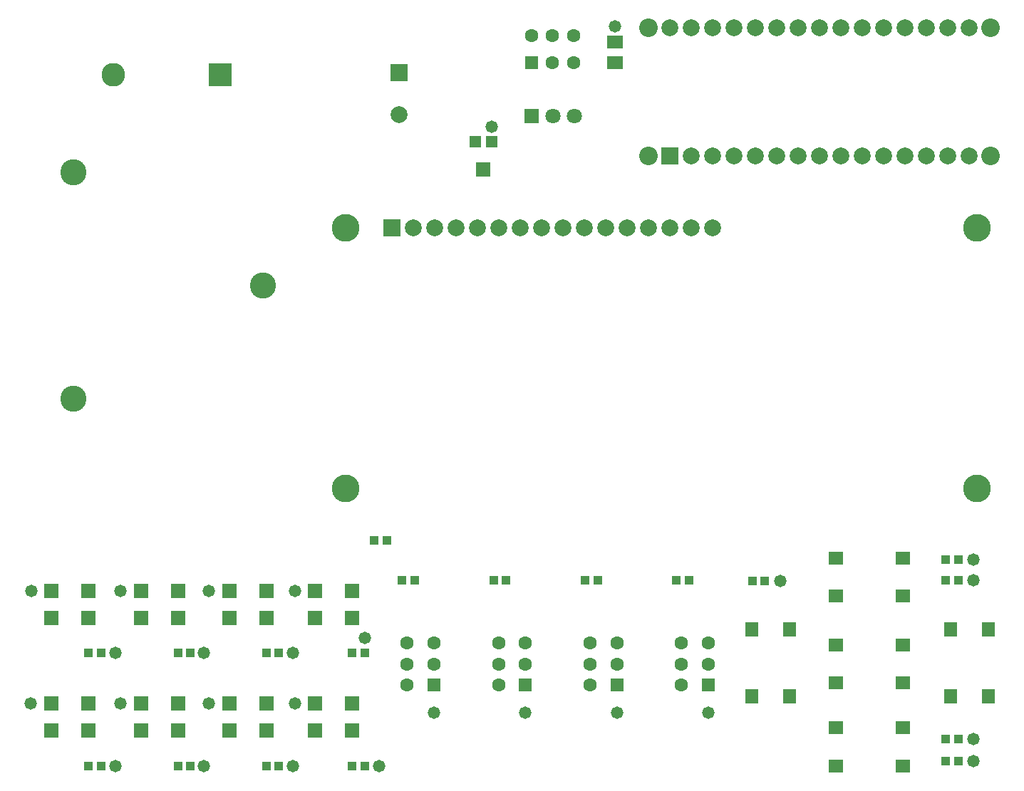
<source format=gts>
G04*
G04 #@! TF.GenerationSoftware,Altium Limited,Altium Designer,19.1.9 (167)*
G04*
G04 Layer_Color=8388736*
%FSLAX24Y24*%
%MOIN*%
G70*
G01*
G75*
%ADD20R,0.0415X0.0415*%
%ADD21R,0.0680X0.0680*%
%ADD22R,0.0730X0.0592*%
%ADD23R,0.0552X0.0552*%
%ADD24R,0.0710X0.0671*%
%ADD25R,0.0592X0.0690*%
%ADD26R,0.0690X0.0592*%
%ADD27C,0.0631*%
%ADD28R,0.0631X0.0631*%
%ADD29R,0.0631X0.0631*%
%ADD30R,0.1104X0.1104*%
%ADD31C,0.1104*%
%ADD32C,0.1222*%
%ADD33C,0.0867*%
%ADD34R,0.0789X0.0789*%
%ADD35C,0.0789*%
%ADD36C,0.1300*%
%ADD37R,0.0710X0.0710*%
%ADD38C,0.0710*%
%ADD39C,0.0580*%
D20*
X16870Y12047D02*
D03*
X17461D02*
D03*
X15827Y6772D02*
D03*
X16417D02*
D03*
X12402D02*
D03*
X11811D02*
D03*
X7677D02*
D03*
X8268D02*
D03*
X4094D02*
D03*
X3504D02*
D03*
Y1496D02*
D03*
X4094D02*
D03*
X8268D02*
D03*
X7677D02*
D03*
X11811D02*
D03*
X12402D02*
D03*
X16417D02*
D03*
X15827D02*
D03*
X31575Y10197D02*
D03*
X30984D02*
D03*
X27323D02*
D03*
X26732D02*
D03*
X22441D02*
D03*
X23031D02*
D03*
X43593Y2756D02*
D03*
X44183D02*
D03*
X43593Y1732D02*
D03*
X44183D02*
D03*
X43593Y10197D02*
D03*
X44183D02*
D03*
X43593Y11142D02*
D03*
X44183D02*
D03*
X34547Y10157D02*
D03*
X35138D02*
D03*
X18740Y10197D02*
D03*
X18150D02*
D03*
D21*
X14094Y8425D02*
D03*
X15827D02*
D03*
X14094Y9685D02*
D03*
X15827D02*
D03*
X11811D02*
D03*
X10079D02*
D03*
X11811Y8425D02*
D03*
X10079D02*
D03*
X5945D02*
D03*
X7677D02*
D03*
X5945Y9685D02*
D03*
X7677D02*
D03*
X3504D02*
D03*
X1772D02*
D03*
X3504Y8425D02*
D03*
X1772D02*
D03*
Y3150D02*
D03*
X3504D02*
D03*
X1772Y4409D02*
D03*
X3504D02*
D03*
X11811D02*
D03*
X10079D02*
D03*
X11811Y3150D02*
D03*
X10079D02*
D03*
X14094D02*
D03*
X15827D02*
D03*
X14094Y4409D02*
D03*
X15827D02*
D03*
X7677D02*
D03*
X5945D02*
D03*
X7677Y3150D02*
D03*
X5945D02*
D03*
D22*
X28110Y35394D02*
D03*
Y34409D02*
D03*
D23*
X21575Y30709D02*
D03*
X22362D02*
D03*
D24*
X21969Y29429D02*
D03*
D25*
X34528Y4744D02*
D03*
Y7874D02*
D03*
X36299Y4744D02*
D03*
Y7874D02*
D03*
X43819Y4744D02*
D03*
Y7874D02*
D03*
X45591Y4744D02*
D03*
Y7874D02*
D03*
D26*
X41594Y9449D02*
D03*
X38465D02*
D03*
X41594Y11220D02*
D03*
X38465D02*
D03*
Y7165D02*
D03*
X41594D02*
D03*
X38465Y5394D02*
D03*
X41594D02*
D03*
Y1496D02*
D03*
X38465D02*
D03*
X41594Y3268D02*
D03*
X38465D02*
D03*
D27*
X25197Y34409D02*
D03*
X26181D02*
D03*
X24213Y35669D02*
D03*
X25197D02*
D03*
X26181D02*
D03*
X32480Y6260D02*
D03*
Y7244D02*
D03*
X31220Y5276D02*
D03*
Y6260D02*
D03*
Y7244D02*
D03*
X28228Y6260D02*
D03*
Y7244D02*
D03*
X26969Y5276D02*
D03*
Y6260D02*
D03*
Y7244D02*
D03*
X23937Y6260D02*
D03*
Y7244D02*
D03*
X22677Y5276D02*
D03*
Y6260D02*
D03*
Y7244D02*
D03*
X19646Y6260D02*
D03*
Y7244D02*
D03*
X18386Y5276D02*
D03*
Y6260D02*
D03*
Y7244D02*
D03*
D28*
X24213Y34409D02*
D03*
D29*
X32480Y5276D02*
D03*
X28228D02*
D03*
X23937D02*
D03*
X19646D02*
D03*
D30*
X9646Y33858D02*
D03*
D31*
X4646D02*
D03*
D32*
X2780Y29291D02*
D03*
Y18673D02*
D03*
X11650Y23980D02*
D03*
D33*
X29701Y30039D02*
D03*
X45701D02*
D03*
Y36039D02*
D03*
X29701D02*
D03*
D34*
X30701Y30039D02*
D03*
X17693Y26693D02*
D03*
X18032Y33937D02*
D03*
D35*
X31701Y30039D02*
D03*
X32701D02*
D03*
X33701D02*
D03*
X34701D02*
D03*
X35701D02*
D03*
X36701D02*
D03*
X37701D02*
D03*
X38701D02*
D03*
X39701D02*
D03*
X40701D02*
D03*
X41701D02*
D03*
X42701D02*
D03*
X43701D02*
D03*
X44701D02*
D03*
Y36039D02*
D03*
X43701D02*
D03*
X42701D02*
D03*
X41701D02*
D03*
X40701D02*
D03*
X39701D02*
D03*
X38701D02*
D03*
X37701D02*
D03*
X36701D02*
D03*
X35701D02*
D03*
X34701D02*
D03*
X33701D02*
D03*
X32701D02*
D03*
X31701D02*
D03*
X30701D02*
D03*
X32693Y26693D02*
D03*
X31693D02*
D03*
X30693D02*
D03*
X29693D02*
D03*
X28693D02*
D03*
X27693D02*
D03*
X26693D02*
D03*
X25693D02*
D03*
X24693D02*
D03*
X23693D02*
D03*
X22693D02*
D03*
X21693D02*
D03*
X20693D02*
D03*
X19693D02*
D03*
X18693D02*
D03*
X18032Y31969D02*
D03*
D36*
X45055Y14488D02*
D03*
Y26693D02*
D03*
X15528Y14488D02*
D03*
Y26693D02*
D03*
D37*
X24209Y31929D02*
D03*
D38*
X25209D02*
D03*
X26209D02*
D03*
D39*
X4764Y6772D02*
D03*
X28110Y36122D02*
D03*
X35866Y10157D02*
D03*
X22362Y31417D02*
D03*
X32480Y3976D02*
D03*
X23937D02*
D03*
X827Y9685D02*
D03*
X5000D02*
D03*
X9134D02*
D03*
X8898Y6772D02*
D03*
X13071D02*
D03*
X13150Y4409D02*
D03*
X9134D02*
D03*
X5000D02*
D03*
X787D02*
D03*
X4764Y1496D02*
D03*
X8898D02*
D03*
X13071D02*
D03*
X17087D02*
D03*
X44882Y10197D02*
D03*
Y2756D02*
D03*
X19646Y3976D02*
D03*
X28228D02*
D03*
X16417Y7480D02*
D03*
X13150Y9685D02*
D03*
X44882Y11142D02*
D03*
Y1732D02*
D03*
M02*

</source>
